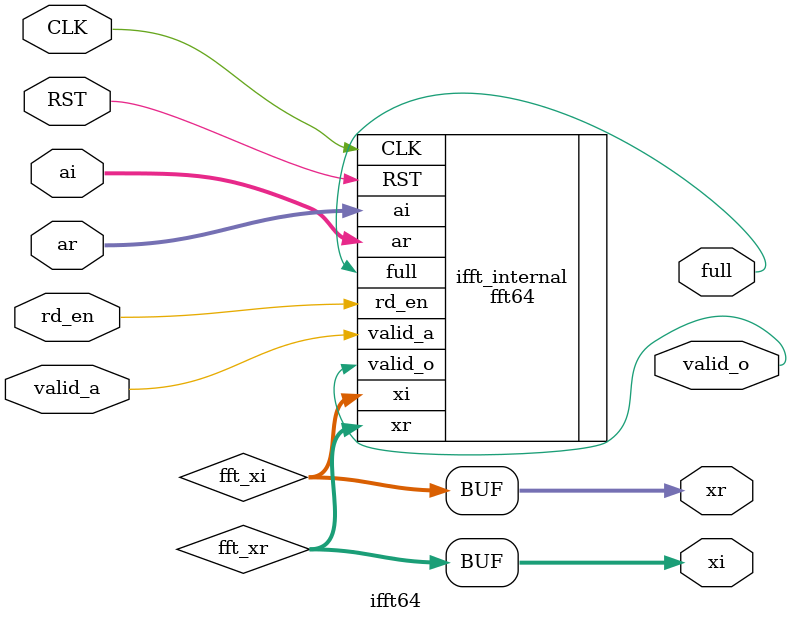
<source format=v>
module ifft64
  #( parameter width = 11 )
    (
     input              CLK,
     input              RST,

     input              valid_a,
     input [width-1:0]  ar,
     input [width-1:0]  ai,

     output             valid_o,
     input              rd_en,
     output             full,
     output [width-1:0] xr,
     output [width-1:0] xi
     );

    wire [width-1:0] fft_xr, fft_xi;

    // 1/64 => 6bits left shift
    // assign xr = {6'b0, fft_xi[width-1:6]};
    // assign xi = {6'b0, fft_xr[width-1:6]};
    assign xr = fft_xi;
    assign xi = fft_xr;

    fft64 ifft_internal( /*AUTOINST*/
                         // Outputs
                         .valid_o        (valid_o),
                         .full           (full),
                         .xr             (fft_xr),
                         .xi             (fft_xi),
                         // Inputs
                         .CLK            (CLK),
                         .RST            (RST),
                         .valid_a        (valid_a),
                         .ar             (ai),
                         .ai             (ar),
                         .rd_en          (rd_en));

    
endmodule

</source>
